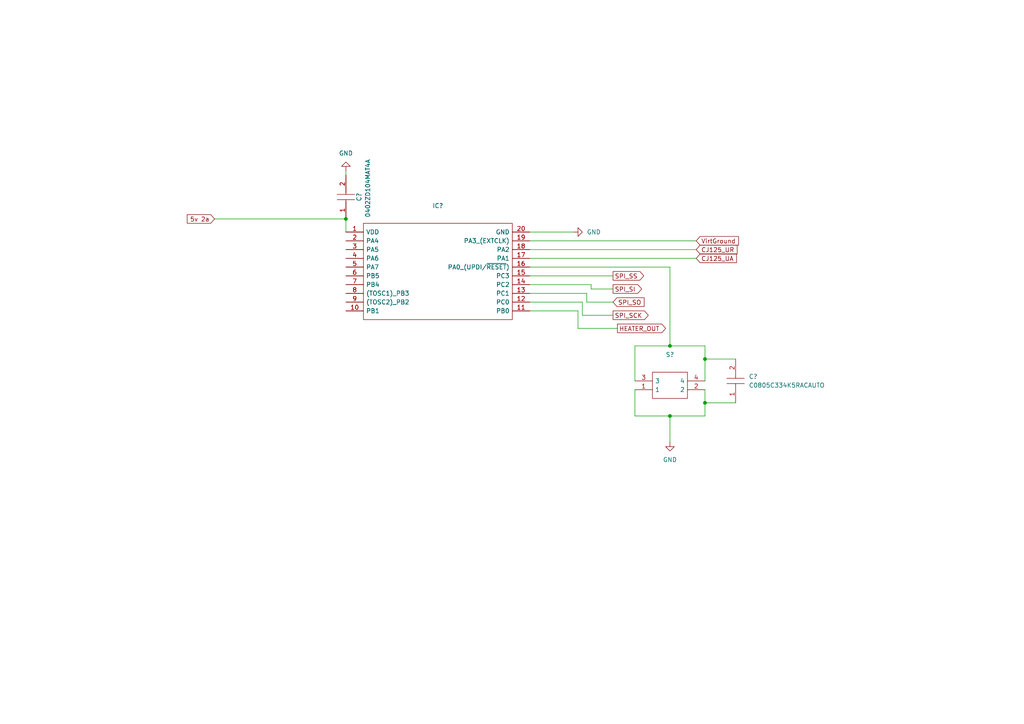
<source format=kicad_sch>
(kicad_sch (version 20211123) (generator eeschema)
  (paper "A4")
  (lib_symbols
    (symbol "SamacSys_Parts:0402ZD104MAT4A" (pin_names (offset 0.762))
      (property "Reference" "C" (at 8.89 6.35 0))
      (property "Value" "0402ZD104MAT4A" (at 8.89 3.81 0))
      (symbol "0402ZD104MAT4A_0_0"
        (pin passive line (at 0 0 0) (length 5.08) (name "~") (number "1"))
        (pin passive line (at 12.7 0 180) (length 5.08) (name "~") (number "2"))
      )
      (symbol "0402ZD104MAT4A_0_1"
        (polyline (pts (xy 5.08 0) (xy 5.588 0)) (stroke (width 0.1524)))
        (polyline (pts (xy 5.588 2.54) (xy 5.588 -2.54)) (stroke (width 0.1524)))
        (polyline (pts (xy 7.112 0) (xy 7.62 0)) (stroke (width 0.1524)))
        (polyline (pts (xy 7.112 2.54) (xy 7.112 -2.54)) (stroke (width 0.1524)))
      )
    )
    (symbol "SamacSys_Parts:ATTINY1626-XUR" (pin_names (offset 0.762))
      (property "Reference" "IC" (at 49.53 7.62 0))
      (property "Value" "ATTINY1626-XUR" (at 49.53 5.08 0))
      (symbol "ATTINY1626-XUR_0_0"
        (pin passive line (at 0 0 0) (length 5.08) (name "VDD") (number "1"))
        (pin passive line (at 0 -22.86 0) (length 5.08) (name "PB1") (number "10"))
        (pin passive line (at 53.34 -22.86 180) (length 5.08) (name "PB0") (number "11"))
        (pin passive line (at 53.34 -20.32 180) (length 5.08) (name "PC0") (number "12"))
        (pin passive line (at 53.34 -17.78 180) (length 5.08) (name "PC1") (number "13"))
        (pin passive line (at 53.34 -15.24 180) (length 5.08) (name "PC2") (number "14"))
        (pin passive line (at 53.34 -12.7 180) (length 5.08) (name "PC3") (number "15"))
        (pin passive line (at 53.34 -10.16 180) (length 5.08) (name "PA0_(UPDI/~{RESET})") (number "16"))
        (pin passive line (at 53.34 -7.62 180) (length 5.08) (name "PA1") (number "17"))
        (pin passive line (at 53.34 -5.08 180) (length 5.08) (name "PA2") (number "18"))
        (pin passive line (at 53.34 -2.54 180) (length 5.08) (name "PA3_(EXTCLK)") (number "19"))
        (pin passive line (at 0 -2.54 0) (length 5.08) (name "PA4") (number "2"))
        (pin passive line (at 53.34 0 180) (length 5.08) (name "GND") (number "20"))
        (pin passive line (at 0 -5.08 0) (length 5.08) (name "PA5") (number "3"))
        (pin passive line (at 0 -7.62 0) (length 5.08) (name "PA6") (number "4"))
        (pin passive line (at 0 -10.16 0) (length 5.08) (name "PA7") (number "5"))
        (pin passive line (at 0 -12.7 0) (length 5.08) (name "PB5") (number "6"))
        (pin passive line (at 0 -15.24 0) (length 5.08) (name "PB4") (number "7"))
        (pin passive line (at 0 -17.78 0) (length 5.08) (name "(TOSC1)_PB3") (number "8"))
        (pin passive line (at 0 -20.32 0) (length 5.08) (name "(TOSC2)_PB2") (number "9"))
      )
      (symbol "ATTINY1626-XUR_0_1"
        (polyline (pts (xy 5.08 2.54) (xy 48.26 2.54) (xy 48.26 -25.4) (xy 5.08 -25.4) (xy 5.08 2.54)) (stroke (width 0.1524)))
      )
    )
    (symbol "SamacSys_Parts:C0805C334K5RACAUTO" (pin_names (offset 0.762))
      (property "Reference" "C" (at 8.89 6.35 0))
      (property "Value" "C0805C334K5RACAUTO" (at 8.89 3.81 0))
      (symbol "C0805C334K5RACAUTO_0_0"
        (pin passive line (at 0 0 0) (length 5.08) (name "~") (number "1"))
        (pin passive line (at 12.7 0 180) (length 5.08) (name "~") (number "2"))
      )
      (symbol "C0805C334K5RACAUTO_0_1"
        (polyline (pts (xy 5.08 0) (xy 5.588 0)) (stroke (width 0.1524)))
        (polyline (pts (xy 5.588 2.54) (xy 5.588 -2.54)) (stroke (width 0.1524)))
        (polyline (pts (xy 7.112 0) (xy 7.62 0)) (stroke (width 0.1524)))
        (polyline (pts (xy 7.112 2.54) (xy 7.112 -2.54)) (stroke (width 0.1524)))
      )
    )
    (symbol "SamacSys_Parts:TL3305AF160QG" (pin_names (offset 0.762))
      (property "Reference" "S" (at 16.51 7.62 0))
      (property "Value" "TL3305AF160QG" (at 16.51 5.08 0))
      (symbol "TL3305AF160QG_0_0"
        (pin passive line (at 0 -2.54 0) (length 5.08) (name "1") (number "1"))
        (pin passive line (at 20.32 -2.54 180) (length 5.08) (name "2") (number "2"))
        (pin passive line (at 0 0 0) (length 5.08) (name "3") (number "3"))
        (pin passive line (at 20.32 0 180) (length 5.08) (name "4") (number "4"))
      )
      (symbol "TL3305AF160QG_0_1"
        (polyline (pts (xy 5.08 2.54) (xy 15.24 2.54) (xy 15.24 -5.08) (xy 5.08 -5.08) (xy 5.08 2.54)) (stroke (width 0.1524)))
      )
    )
    (symbol "power:GND" (power) (pin_names (offset 0))
      (property "Value" "GND" (at 0 -3.81 0))
      (symbol "GND_0_1"
        (polyline (pts (xy 0 0) (xy 0 -1.27) (xy 1.27 -1.27) (xy 0 -2.54) (xy -1.27 -1.27) (xy 0 -1.27)))
      )
      (symbol "GND_1_1"
        (pin power_in line (at 0 0 270) (length 0) hide (name "GND") (number "1"))
      )
    )
  )
  (junction (at 204.47 104.14))
  (junction (at 204.47 116.84))
  (junction (at 194.31 100.33))
  (junction (at 194.31 120.65))
  (junction (at 100.33 63.5))
  (wire (pts (xy 167.64 90.17) (xy 167.64 95.25)))
  (wire (pts (xy 153.67 80.01) (xy 177.8 80.01)))
  (wire (pts (xy 204.47 100.33) (xy 204.47 104.14)))
  (wire (pts (xy 168.91 91.44) (xy 177.8 91.44)))
  (wire (pts (xy 153.67 77.47) (xy 194.31 77.47)))
  (wire (pts (xy 194.31 77.47) (xy 194.31 100.33)))
  (wire (pts (xy 213.36 104.14) (xy 204.47 104.14)))
  (wire (pts (xy 170.18 85.09) (xy 170.18 87.63)))
  (wire (pts (xy 153.67 67.31) (xy 166.37 67.31)))
  (wire (pts (xy 153.67 87.63) (xy 168.91 87.63)))
  (wire (pts (xy 167.64 95.25) (xy 179.07 95.25)))
  (wire (pts (xy 184.15 110.49) (xy 184.15 100.33)))
  (wire (pts (xy 153.67 82.55) (xy 171.45 82.55)))
  (wire (pts (xy 194.31 120.65) (xy 204.47 120.65)))
  (wire (pts (xy 153.67 90.17) (xy 167.64 90.17)))
  (wire (pts (xy 204.47 120.65) (xy 204.47 116.84)))
  (wire (pts (xy 177.8 83.82) (xy 171.45 83.82)))
  (wire (pts (xy 100.33 49.53) (xy 100.33 50.8)))
  (wire (pts (xy 184.15 120.65) (xy 194.31 120.65)))
  (wire (pts (xy 153.67 85.09) (xy 170.18 85.09)))
  (wire (pts (xy 170.18 87.63) (xy 177.8 87.63)))
  (wire (pts (xy 168.91 87.63) (xy 168.91 91.44)))
  (wire (pts (xy 153.67 69.85) (xy 201.93 69.85)))
  (wire (pts (xy 204.47 116.84) (xy 204.47 113.03)))
  (wire (pts (xy 100.33 63.5) (xy 100.33 67.31)))
  (wire (pts (xy 194.31 100.33) (xy 204.47 100.33)))
  (wire (pts (xy 171.45 83.82) (xy 171.45 82.55)))
  (wire (pts (xy 184.15 100.33) (xy 194.31 100.33)))
  (wire (pts (xy 62.23 63.5) (xy 100.33 63.5)))
  (wire (pts (xy 194.31 120.65) (xy 194.31 128.27)))
  (wire (pts (xy 184.15 113.03) (xy 184.15 120.65)))
  (wire (pts (xy 153.67 72.39) (xy 201.93 72.39)))
  (wire (pts (xy 213.36 116.84) (xy 204.47 116.84)))
  (wire (pts (xy 153.67 74.93) (xy 201.93 74.93)))
  (wire (pts (xy 204.47 104.14) (xy 204.47 110.49)))
  (global_label "5v 2a" (shape input) (at 62.23 63.5 180) (property "Intersheet References" "${INTERSHEET_REFS}" (effects hide)))
  (global_label "VirtGround" (shape input) (at 201.93 69.85 0) (property "Intersheet References" "${INTERSHEET_REFS}" (effects hide)))
  (global_label "CJ125_UR" (shape input) (at 201.93 72.39 0) (property "Intersheet References" "${INTERSHEET_REFS}" (effects hide)))
  (global_label "SPI_SI" (shape output) (at 177.8 83.82 0) (property "Intersheet References" "${INTERSHEET_REFS}" (effects hide)))
  (global_label "HEATER_OUT" (shape output) (at 179.07 95.25 0) (property "Intersheet References" "${INTERSHEET_REFS}" (effects hide)))
  (global_label "SPI_SS" (shape output) (at 177.8 80.01 0) (property "Intersheet References" "${INTERSHEET_REFS}" (effects hide)))
  (global_label "SPI_SCK" (shape output) (at 177.8 91.44 0) (property "Intersheet References" "${INTERSHEET_REFS}" (effects hide)))
  (global_label "SPI_SO" (shape input) (at 177.8 87.63 0) (property "Intersheet References" "${INTERSHEET_REFS}" (effects hide)))
  (global_label "CJ125_UA" (shape input) (at 201.93 74.93 0) (property "Intersheet References" "${INTERSHEET_REFS}" (effects hide)))
  (symbol (lib_id "SamacSys_Parts:ATTINY1626-XUR") (at 100.33 67.31 0) (unit 1)
    (property "Reference" "IC?" (at 127 59.69 0))
    (property "Datasheet" "https://ww1.microchip.com/downloads/en/DeviceDoc/ATtiny1624-26-27-DataSheet-DS40002234A.pdf" (effects hide))
    (property "Description" "IC MCU 8BIT 16KB FLASH 20SSOP" (effects hide))
    (property "Height" "2" (effects hide))
    (property "Manufacturer_Name" "Microchip" (effects hide))
    (property "Manufacturer_Part_Number" "ATTINY1626-XUR" (effects hide))
    (property "Mouser Part Number" "556-ATTINY1626-XUR" (effects hide))
    (property "Mouser Price/Stock" "https://www.mouser.co.uk/ProductDetail/Microchip-Technology-Atmel/ATTINY1626-XUR?qs=vmHwEFxEFR8sS8adGO1NsA%3D%3D" (effects hide))
  )
  (symbol (lib_id "power:GND") (at 100.33 49.53 180) (unit 1)
    (property "Reference" "#PWR?" (effects hide))
  )
  (symbol (lib_id "SamacSys_Parts:C0805C334K5RACAUTO") (at 213.36 116.84 90) (unit 1)
    (property "Reference" "C?" (at 217.17 109.2199 90) (effects (justify right)))
    (property "Value" "C0805C334K5RACAUTO" (at 217.17 111.7599 90) (effects (justify right)))
    (property "Footprint" "C0805" (effects hide))
    (property "Datasheet" "https://content.kemet.com/datasheets/KEM_C1023_X7R_AUTO_SMD.pdf" (effects hide))
    (property "Description" "SMD Auto X7R, Ceramic, 0.33 uF, 10%, 50 VDC, 125 VDC, 125?C, -55?C, X7R, SMD, MLCC, Temperature Stable, Automotive Grade, 2.5 % , 1.5152 GOhms, 13 mg, 0805, 2mm, 1.25mm, 0.9mm, 0.75mm, 0.5mm, 4000, 78  Weeks, 80" (effects hide))
    (property "Height" "1.1" (effects hide))
    (property "Manufacturer_Name" "KEMET" (effects hide))
    (property "Manufacturer_Part_Number" "C0805C334K5RACAUTO" (effects hide))
    (property "Mouser Part Number" "80-C0805C334K5RAUTO" (effects hide))
    (property "Mouser Price/Stock" "https://www.mouser.co.uk/ProductDetail/KEMET/C0805C334K5RACAUTO?qs=bZxayH4A01bR1PAHAt4sZQ%3D%3D" (effects hide))
    (property "Arrow Part Number" "C0805C334K5RACAUTO" (effects hide))
    (property "Arrow Price/Stock" "https://www.arrow.com/en/products/c0805c334k5racauto/kemet-corporation" (effects hide))
  )
  (symbol (lib_id "SamacSys_Parts:0402ZD104MAT4A") (at 100.33 63.5 90) (unit 1)
    (property "Reference" "C?" (at 104.14 57.15 0))
    (property "Value" "0402ZD104MAT4A" (at 106.68 54.61 0))
    (property "Footprint" "CAPC1005X56N" (effects hide))
    (property "Datasheet" "http://datasheets.avx.com/cx5r.pdf" (effects hide))
    (property "Description" "Multilayer Ceramic Capacitors MLCC - SMD/SMT 10V .1uF X5R 0402 20% Tol" (effects hide))
    (property "Height" "0.56" (effects hide))
    (property "Manufacturer_Name" "AVX" (effects hide))
    (property "Manufacturer_Part_Number" "0402ZD104MAT4A" (effects hide))
    (property "Mouser Part Number" "581-0402ZD104MAT4A" (effects hide))
    (property "Mouser Price/Stock" "https://www.mouser.com/Search/Refine.aspx?Keyword=581-0402ZD104MAT4A" (effects hide))
    (property "Arrow Part Number" "0402ZD104MAT4A" (effects hide))
    (property "Arrow Price/Stock" "https://www.arrow.com/en/products/0402zd104mat4a/avx" (effects hide))
  )
  (symbol (lib_id "power:GND") (at 194.31 128.27 0) (unit 1)
    (property "Reference" "#PWR?" (effects hide))
  )
  (symbol (lib_id "power:GND") (at 166.37 67.31 90) (unit 1)
    (property "Reference" "#PWR?" (effects hide))
  )
  (symbol (lib_id "SamacSys_Parts:TL3305AF160QG") (at 184.15 110.49 0) (unit 1)
    (property "Reference" "S?" (at 194.31 102.87 0))
    (property "Datasheet" "http://spec_sheets.e-switch.com/specs/P010468.pdf" (effects hide))
    (property "Description" "Tactile Switches 50mA 12VDC SPST, NO 3.8mm Act 160gf" (effects hide))
    (property "Manufacturer_Name" "E-Switch" (effects hide))
    (property "Manufacturer_Part_Number" "TL3305AF160QG" (effects hide))
    (property "Mouser Part Number" "612-TL3305AF160QG" (effects hide))
    (property "Mouser Price/Stock" "https://www.mouser.co.uk/ProductDetail/E-Switch/TL3305AF160QG?qs=UrFqKgNWc7RTylqwItwDfw%3D%3D" (effects hide))
  )
)
</source>
